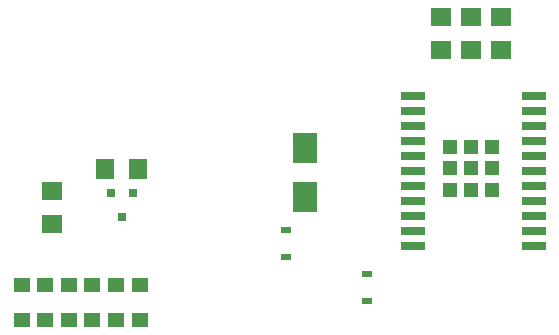
<source format=gbr>
G04 #@! TF.FileFunction,Paste,Top*
%FSLAX46Y46*%
G04 Gerber Fmt 4.6, Leading zero omitted, Abs format (unit mm)*
G04 Created by KiCad (PCBNEW 4.0.2-1.fc23-product) date Mon 23 May 2016 18:37:12 BST*
%MOMM*%
G01*
G04 APERTURE LIST*
%ADD10C,0.100000*%
%ADD11R,2.000000X0.800000*%
%ADD12R,1.200000X1.200000*%
%ADD13R,2.029460X2.651760*%
%ADD14R,0.828040X0.629920*%
%ADD15R,0.800100X0.800100*%
%ADD16R,1.399540X1.198880*%
%ADD17R,1.798320X1.597660*%
%ADD18R,1.597660X1.798320*%
G04 APERTURE END LIST*
D10*
D11*
X111150000Y-116020000D03*
X111150000Y-117290000D03*
X111150000Y-118560000D03*
X111150000Y-119830000D03*
X111150000Y-121100000D03*
X111150000Y-122370000D03*
X111150000Y-123640000D03*
X111150000Y-124910000D03*
X111150000Y-126180000D03*
X111150000Y-127450000D03*
X111150000Y-128720000D03*
X121350000Y-128720000D03*
X121350000Y-127450000D03*
X121350000Y-126180000D03*
X121350000Y-124910000D03*
X121350000Y-123640000D03*
X121350000Y-122370000D03*
X121350000Y-121100000D03*
X121350000Y-119830000D03*
X121350000Y-118560000D03*
X121350000Y-117290000D03*
X121350000Y-116020000D03*
D12*
X114250000Y-120370000D03*
X114250000Y-122170000D03*
X114250000Y-123970000D03*
X116050000Y-120370000D03*
X116050000Y-122170000D03*
X116050000Y-123970000D03*
X117850000Y-120370000D03*
X117850000Y-122170000D03*
X117850000Y-123970000D03*
D13*
X102000000Y-124585340D03*
X102000000Y-120414660D03*
D14*
X100400000Y-129648080D03*
X100400000Y-127351920D03*
X107250000Y-133398080D03*
X107250000Y-131101920D03*
D15*
X87450000Y-124249240D03*
X85550000Y-124249240D03*
X86500000Y-126248220D03*
D16*
X86000000Y-132001400D03*
X86000000Y-134998600D03*
X88000000Y-132001400D03*
X88000000Y-134998600D03*
X84000000Y-132001400D03*
X84000000Y-134998600D03*
X82000000Y-132001400D03*
X82000000Y-134998600D03*
X80000000Y-132001400D03*
X80000000Y-134998600D03*
X78000000Y-132001400D03*
X78000000Y-134998600D03*
D17*
X116050000Y-112139540D03*
X116050000Y-109340460D03*
X113510000Y-112139540D03*
X113510000Y-109340460D03*
X80600000Y-126899540D03*
X80600000Y-124100460D03*
X118590000Y-112139540D03*
X118590000Y-109340460D03*
D18*
X87899540Y-122250000D03*
X85100460Y-122250000D03*
M02*

</source>
